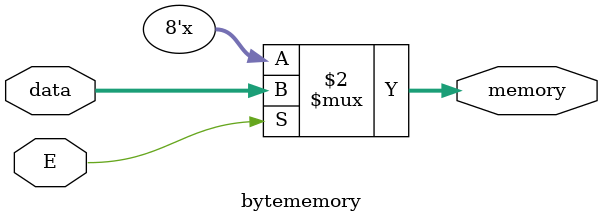
<source format=v>
module bytememory(
input [7:0] data,
input E,
output reg [7:0] memory 
    );
    
    always @(data, E) begin 
        if (E)
            memory <= data; 
    end

endmodule

</source>
